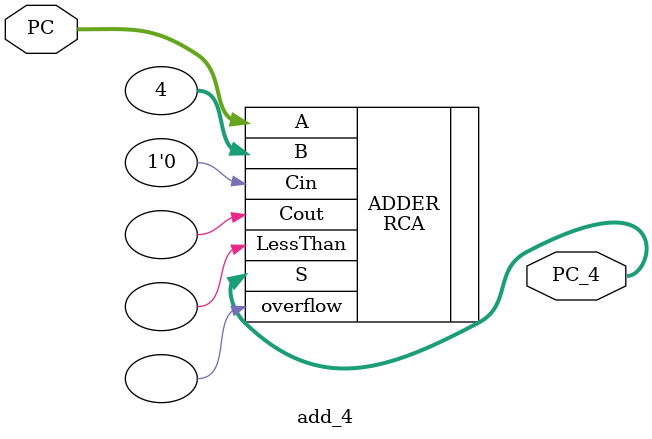
<source format=v>
module add_4 #(parameter n=32) (
	input [n-1:0] PC,
	output [n-1:0] PC_4
);
RCA #(.n(n)) ADDER (
	.A(PC),
	.B(32'd4),
	.Cin(1'b0),
	.Cout(),
	.overflow(),
	.LessThan(),
	.S(PC_4)
);
endmodule
</source>
